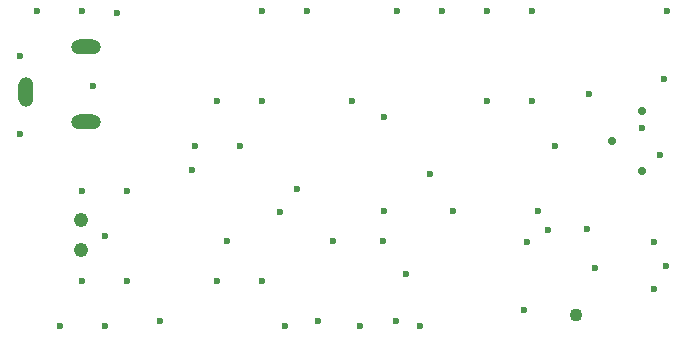
<source format=gbr>
%TF.GenerationSoftware,Altium Limited,Altium Designer,24.9.1 (31)*%
G04 Layer_Color=0*
%FSLAX45Y45*%
%MOMM*%
%TF.SameCoordinates,1ED834A1-E46C-4F5A-A45D-C8FB9AE456DD*%
%TF.FilePolarity,Positive*%
%TF.FileFunction,Plated,1,2,PTH,Drill*%
%TF.Part,Single*%
G01*
G75*
%TA.AperFunction,ComponentDrill*%
%ADD73O,2.54000X1.27000*%
%ADD74O,1.27000X2.54000*%
%ADD75C,1.10000*%
%ADD76C,0.71400*%
%ADD77C,1.21000*%
%TA.AperFunction,ViaDrill,NotFilled*%
%ADD78C,0.60000*%
D73*
X734000Y2167500D02*
D03*
Y2802500D02*
D03*
D74*
X226000Y2421500D02*
D03*
D75*
X4883456Y533400D02*
D03*
D76*
X5438548Y2258964D02*
D03*
X5184548Y2004964D02*
D03*
X5438548Y1750964D02*
D03*
D77*
X692840Y1338193D02*
D03*
Y1084193D02*
D03*
D78*
X996939Y3092241D02*
D03*
X791939Y2472241D02*
D03*
X5544439Y749741D02*
D03*
X4436939Y577241D02*
D03*
X171939Y2062241D02*
D03*
X3049439Y437241D02*
D03*
X317500Y3103920D02*
D03*
X172300Y2727861D02*
D03*
X3440000Y876900D02*
D03*
X4975000Y1260000D02*
D03*
X5651500Y3103920D02*
D03*
X4699000Y1960920D02*
D03*
X4508500Y3103920D02*
D03*
Y2341920D02*
D03*
X4127500Y3103920D02*
D03*
Y2341920D02*
D03*
X3746500Y3103920D02*
D03*
X3556000Y436920D02*
D03*
X3365500Y3103920D02*
D03*
X2984500Y2341920D02*
D03*
X2603500Y3103920D02*
D03*
X2413000Y436920D02*
D03*
X2222500Y3103920D02*
D03*
Y2341920D02*
D03*
X2032000Y1960920D02*
D03*
X2222500Y817920D02*
D03*
X1841500Y2341920D02*
D03*
X1651000Y1960920D02*
D03*
X1841500Y817920D02*
D03*
X1079500Y1579920D02*
D03*
X889000Y1198920D02*
D03*
X1079500Y817920D02*
D03*
X889000Y436920D02*
D03*
X698500Y3103920D02*
D03*
Y1579920D02*
D03*
Y817920D02*
D03*
X508000Y436920D02*
D03*
X5642500Y945000D02*
D03*
X5038100Y935000D02*
D03*
X4642092Y1250407D02*
D03*
X4557500Y1415000D02*
D03*
X4461900Y1155000D02*
D03*
X3841287Y1410843D02*
D03*
X5438322Y2113322D02*
D03*
X2370000Y1407500D02*
D03*
X2819343Y1156843D02*
D03*
X5540000Y1147500D02*
D03*
X1359889Y485000D02*
D03*
X3645000Y1725000D02*
D03*
X3250843Y1410843D02*
D03*
X2515008Y1599992D02*
D03*
X4990000Y2407500D02*
D03*
X3360000Y482500D02*
D03*
X2693988Y483988D02*
D03*
X3243157Y1156843D02*
D03*
X5626620Y2530880D02*
D03*
X5595000Y1890000D02*
D03*
X1921843Y1156843D02*
D03*
X3253567Y2206433D02*
D03*
X1629538Y1762962D02*
D03*
%TF.MD5,e3bd0676a32f85f0cb1293bde4066604*%
M02*

</source>
